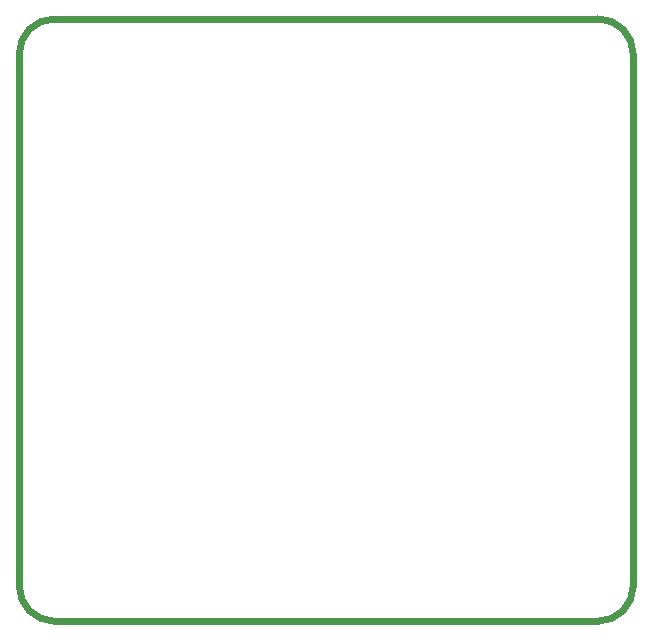
<source format=gm1>
G04 #@! TF.GenerationSoftware,KiCad,Pcbnew,7.0.1-0*
G04 #@! TF.CreationDate,2023-04-02T19:02:11+10:00*
G04 #@! TF.ProjectId,RP2040_minimal,52503230-3430-45f6-9d69-6e696d616c2e,REV1*
G04 #@! TF.SameCoordinates,Original*
G04 #@! TF.FileFunction,Profile,NP*
%FSLAX46Y46*%
G04 Gerber Fmt 4.6, Leading zero omitted, Abs format (unit mm)*
G04 Created by KiCad (PCBNEW 7.0.1-0) date 2023-04-02 19:02:11*
%MOMM*%
%LPD*%
G01*
G04 APERTURE LIST*
G04 #@! TA.AperFunction,Profile*
%ADD10C,0.600000*%
G04 #@! TD*
G04 APERTURE END LIST*
D10*
X123000000Y-121000000D02*
X77000000Y-121000000D01*
X126000000Y-73000000D02*
X126000000Y-118000000D01*
X77000000Y-70000000D02*
X123000000Y-70000000D01*
X74000000Y-118000000D02*
X74000000Y-73000000D01*
X77000000Y-70000000D02*
G75*
G03*
X74000000Y-73000000I0J-3000000D01*
G01*
X123000000Y-121000000D02*
G75*
G03*
X126000000Y-118000000I0J3000000D01*
G01*
X126000000Y-73000000D02*
G75*
G03*
X123000000Y-70000000I-3000000J0D01*
G01*
X74000000Y-118000000D02*
G75*
G03*
X77000000Y-121000000I3000000J0D01*
G01*
M02*

</source>
